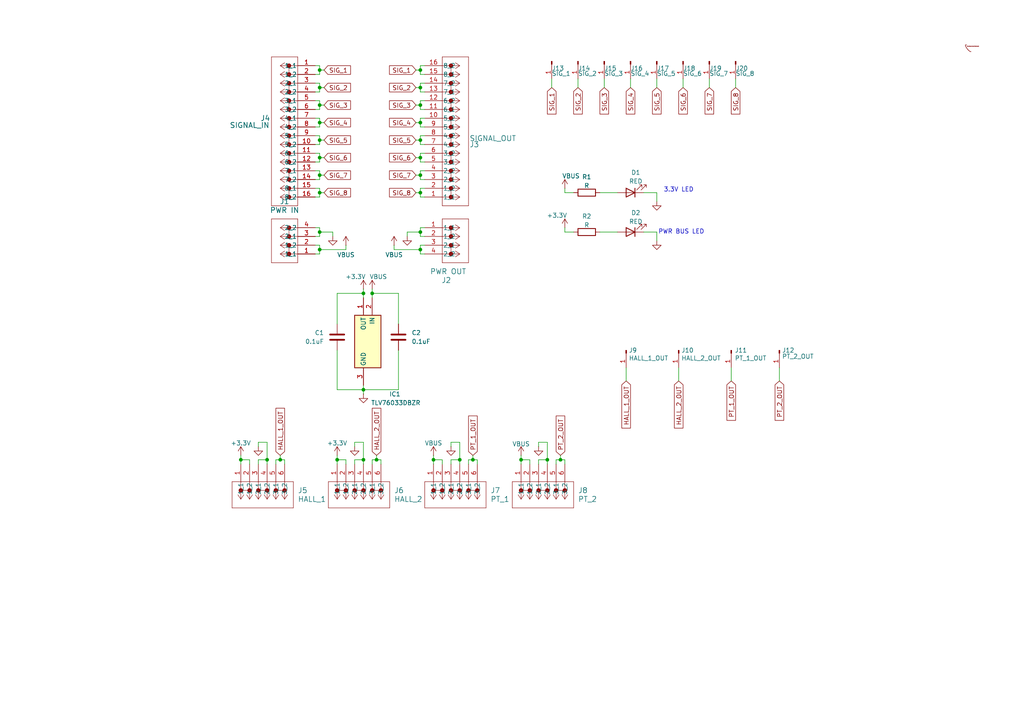
<source format=kicad_sch>
(kicad_sch (version 20231120) (generator "eeschema") (generator_version "8.0")
  (paper "A4")
  (lib_symbols
    (symbol "Connector:Conn_01x01_Pin" (pin_names (offset 1.016) hide)
      (property "Reference" "J" (at 0 2.54 0))
      (property "Value" "Conn_01x01_Pin" (at 0 -2.54 0))
      (symbol "Conn_01x01_Pin_1_1"
        (pin passive line (at 5.08 0 180) (length 3.81) (name "Pin_1") (number "1"))
      )
    )
    (symbol "Device:C" (pin_numbers hide) (pin_names (offset 0.254))
      (property "Reference" "C" (at 0.635 2.54 0))
      (property "Value" "C" (at 0.635 -2.54 0))
      (symbol "C_1_1"
        (pin passive line (at 0 3.81 270) (length 2.794) (name "~") (number "1"))
        (pin passive line (at 0 -3.81 90) (length 2.794) (name "~") (number "2"))
      )
    )
    (symbol "Device:LED" (pin_numbers hide) (pin_names (offset 1.016) hide)
      (property "Reference" "D" (at 0 2.54 0))
      (property "Value" "LED" (at 0 -2.54 0))
      (symbol "LED_1_1"
        (pin passive line (at -3.81 0 0) (length 2.54) (name "K") (number "1"))
        (pin passive line (at 3.81 0 180) (length 2.54) (name "A") (number "2"))
      )
    )
    (symbol "Device:R" (pin_numbers hide) (pin_names (offset 0))
      (property "Reference" "R" (at 2.032 0 90))
      (property "Value" "R" (at 0 0 90))
      (symbol "R_1_1"
        (pin passive line (at 0 3.81 270) (length 1.27) (name "~") (number "1"))
        (pin passive line (at 0 -3.81 90) (length 1.27) (name "~") (number "2"))
      )
    )
    (symbol "SDSU RP:LOGO" (pin_names (offset 1.016)))
    (symbol "TLV76033DBZR:TLV76033DBZR"
      (property "Reference" "IC" (at 21.59 7.62 0))
      (property "Value" "TLV76033DBZR" (at 21.59 5.08 0))
      (symbol "TLV76033DBZR_1_1"
        (pin passive line (at 0 0 0) (length 5.08) (name "OUT") (number "1"))
        (pin passive line (at 0 -2.54 0) (length 5.08) (name "IN") (number "2"))
        (pin passive line (at 25.4 0 180) (length 5.08) (name "GND") (number "3"))
      )
    )
    (symbol "Wago_2601_1102:2601-1102" (pin_names (offset 0.254))
      (property "Reference" "J" (at 8.89 6.35 0))
      (property "Value" "2601-1102" (at 0 0 0))
      (symbol "2601-1102_1_1"
        (pin unspecified line (at 0 0 0) (length 5.08) (name "1_1") (number "1"))
        (pin unspecified line (at 0 -2.54 0) (length 5.08) (name "1_2") (number "2"))
        (pin unspecified line (at 0 -5.08 0) (length 5.08) (name "2_1") (number "3"))
        (pin unspecified line (at 0 -7.62 0) (length 5.08) (name "2_2") (number "4"))
      )
    )
    (symbol "Wago_2601_1103:2601-1103" (pin_names (offset 0.254))
      (property "Reference" "J" (at 8.89 6.35 0))
      (property "Value" "2601-1103" (at 0 0 0))
      (symbol "2601-1103_1_1"
        (pin unspecified line (at 0 0 0) (length 5.08) (name "1_1") (number "1"))
        (pin unspecified line (at 0 -2.54 0) (length 5.08) (name "1_2") (number "2"))
        (pin unspecified line (at 0 -5.08 0) (length 5.08) (name "2_1") (number "3"))
        (pin unspecified line (at 0 -7.62 0) (length 5.08) (name "2_2") (number "4"))
        (pin unspecified line (at 0 -10.16 0) (length 5.08) (name "3_1") (number "5"))
        (pin unspecified line (at 0 -12.7 0) (length 5.08) (name "3_2") (number "6"))
      )
    )
    (symbol "Wago_2601_1108:2601-1108" (pin_names (offset 0.254))
      (property "Reference" "J" (at 8.89 6.35 0))
      (property "Value" "2601-1108" (at 0 0 0))
      (symbol "2601-1108_1_1"
        (pin unspecified line (at 0 0 0) (length 5.08) (name "1_1") (number "1"))
        (pin unspecified line (at 0 -22.86 0) (length 5.08) (name "5_2") (number "10"))
        (pin unspecified line (at 0 -25.4 0) (length 5.08) (name "6_1") (number "11"))
        (pin unspecified line (at 0 -27.94 0) (length 5.08) (name "6_2") (number "12"))
        (pin unspecified line (at 0 -30.48 0) (length 5.08) (name "7_1") (number "13"))
        (pin unspecified line (at 0 -33.02 0) (length 5.08) (name "7_2") (number "14"))
        (pin unspecified line (at 0 -35.56 0) (length 5.08) (name "8_1") (number "15"))
        (pin unspecified line (at 0 -38.1 0) (length 5.08) (name "8_2") (number "16"))
        (pin unspecified line (at 0 -2.54 0) (length 5.08) (name "1_2") (number "2"))
        (pin unspecified line (at 0 -5.08 0) (length 5.08) (name "2_1") (number "3"))
        (pin unspecified line (at 0 -7.62 0) (length 5.08) (name "2_2") (number "4"))
        (pin unspecified line (at 0 -10.16 0) (length 5.08) (name "3_1") (number "5"))
        (pin unspecified line (at 0 -12.7 0) (length 5.08) (name "3_2") (number "6"))
        (pin unspecified line (at 0 -15.24 0) (length 5.08) (name "4_1") (number "7"))
        (pin unspecified line (at 0 -17.78 0) (length 5.08) (name "4_2") (number "8"))
        (pin unspecified line (at 0 -20.32 0) (length 5.08) (name "5_1") (number "9"))
      )
    )
    (symbol "power:+3.3V" (power) (pin_numbers hide) (pin_names (offset 0) hide)
      (property "Value" "+3.3V" (at 0 3.556 0))
      (symbol "+3.3V_1_1"
        (pin power_in line (at 0 0 90) (length 0) (name "~") (number "1"))
      )
    )
    (symbol "power:GND" (power) (pin_numbers hide) (pin_names (offset 0) hide)
      (property "Value" "GND" (at 0 -3.81 0))
      (symbol "GND_1_1"
        (pin power_in line (at 0 0 270) (length 0) (name "~") (number "1"))
      )
    )
    (symbol "power:VBUS" (power) (pin_numbers hide) (pin_names (offset 0) hide)
      (property "Value" "VBUS" (at 0 3.556 0))
      (symbol "VBUS_1_1"
        (pin power_in line (at 0 0 90) (length 0) (name "~") (number "1"))
      )
    )
  )
  (junction (at 109.22 133.35))
  (junction (at 121.92 55.88))
  (junction (at 121.92 50.8))
  (junction (at 92.71 35.56))
  (junction (at 133.35 133.35))
  (junction (at 121.92 25.4))
  (junction (at 69.85 133.35))
  (junction (at 121.92 30.48))
  (junction (at 121.92 35.56))
  (junction (at 121.92 40.64))
  (junction (at 92.71 55.88))
  (junction (at 137.16 133.35))
  (junction (at 92.71 25.4))
  (junction (at 92.71 50.8))
  (junction (at 92.71 45.72))
  (junction (at 92.71 30.48))
  (junction (at 151.13 133.35))
  (junction (at 105.41 133.35))
  (junction (at 105.41 85.09))
  (junction (at 162.56 133.35))
  (junction (at 92.71 72.39))
  (junction (at 77.47 133.35))
  (junction (at 121.92 72.39))
  (junction (at 81.28 133.35))
  (junction (at 105.41 113.03))
  (junction (at 92.71 20.32))
  (junction (at 97.79 133.35))
  (junction (at 107.95 85.09))
  (junction (at 121.92 67.31))
  (junction (at 92.71 67.31))
  (junction (at 125.73 133.35))
  (junction (at 92.71 40.64))
  (junction (at 158.75 133.35))
  (junction (at 121.92 45.72))
  (junction (at 121.92 20.32))
  (no_connect (at -7.62 213.36))
  (wire (pts (xy 107.95 83.82) (xy 107.95 85.09)))
  (wire (pts (xy 92.71 45.72) (xy 92.71 46.99)))
  (wire (pts (xy 93.98 40.64) (xy 92.71 40.64)))
  (wire (pts (xy 121.92 29.21) (xy 121.92 30.48)))
  (wire (pts (xy 167.64 25.4) (xy 167.64 22.86)))
  (wire (pts (xy 125.73 134.62) (xy 125.73 133.35)))
  (wire (pts (xy 92.71 40.64) (xy 92.71 41.91)))
  (wire (pts (xy 151.13 132.08) (xy 151.13 133.35)))
  (wire (pts (xy 121.92 41.91) (xy 123.19 41.91)))
  (wire (pts (xy 92.71 25.4) (xy 92.71 26.67)))
  (wire (pts (xy 74.93 134.62) (xy 74.93 133.35)))
  (wire (pts (xy 121.92 25.4) (xy 121.92 26.67)))
  (wire (pts (xy 69.85 133.35) (xy 72.39 133.35)))
  (wire (pts (xy 92.71 30.48) (xy 92.71 31.75)))
  (wire (pts (xy 158.75 128.27) (xy 158.75 133.35)))
  (wire (pts (xy 198.12 25.4) (xy 198.12 22.86)))
  (wire (pts (xy 97.79 93.98) (xy 97.79 85.09)))
  (wire (pts (xy 77.47 128.27) (xy 77.47 133.35)))
  (wire (pts (xy 121.92 20.32) (xy 121.92 21.59)))
  (wire (pts (xy 115.57 93.98) (xy 115.57 85.09)))
  (wire (pts (xy 105.41 85.09) (xy 105.41 86.36)))
  (wire (pts (xy 137.16 132.08) (xy 137.16 133.35)))
  (wire (pts (xy 107.95 133.35) (xy 109.22 133.35)))
  (wire (pts (xy 130.81 128.27) (xy 133.35 128.27)))
  (wire (pts (xy 105.41 113.03) (xy 105.41 114.3)))
  (wire (pts (xy 138.43 133.35) (xy 138.43 134.62)))
  (wire (pts (xy 92.71 55.88) (xy 92.71 57.15)))
  (wire (pts (xy 97.79 133.35) (xy 100.33 133.35)))
  (wire (pts (xy 74.93 129.54) (xy 74.93 128.27)))
  (wire (pts (xy 109.22 133.35) (xy 110.49 133.35)))
  (wire (pts (xy 100.33 133.35) (xy 100.33 134.62)))
  (wire (pts (xy 121.92 67.31) (xy 118.11 67.31)))
  (wire (pts (xy 109.22 132.08) (xy 109.22 133.35)))
  (wire (pts (xy 91.44 66.04) (xy 92.71 66.04)))
  (wire (pts (xy 92.71 50.8) (xy 92.71 52.07)))
  (wire (pts (xy 92.71 34.29) (xy 92.71 35.56)))
  (wire (pts (xy 121.92 72.39) (xy 114.3 72.39)))
  (wire (pts (xy 121.92 26.67) (xy 123.19 26.67)))
  (wire (pts (xy 181.61 110.49) (xy 181.61 106.68)))
  (wire (pts (xy 92.71 73.66) (xy 91.44 73.66)))
  (wire (pts (xy 151.13 133.35) (xy 153.67 133.35)))
  (wire (pts (xy 153.67 133.35) (xy 153.67 134.62)))
  (wire (pts (xy 120.65 40.64) (xy 121.92 40.64)))
  (wire (pts (xy 97.79 132.08) (xy 97.79 133.35)))
  (wire (pts (xy 102.87 128.27) (xy 105.41 128.27)))
  (wire (pts (xy 74.93 128.27) (xy 77.47 128.27)))
  (wire (pts (xy 93.98 45.72) (xy 92.71 45.72)))
  (wire (pts (xy 121.92 29.21) (xy 123.19 29.21)))
  (wire (pts (xy 162.56 133.35) (xy 163.83 133.35)))
  (wire (pts (xy 151.13 134.62) (xy 151.13 133.35)))
  (wire (pts (xy 121.92 19.05) (xy 121.92 20.32)))
  (wire (pts (xy 121.92 36.83) (xy 123.19 36.83)))
  (wire (pts (xy 135.89 133.35) (xy 137.16 133.35)))
  (wire (pts (xy 92.71 24.13) (xy 91.44 24.13)))
  (wire (pts (xy 92.71 52.07) (xy 91.44 52.07)))
  (wire (pts (xy 163.83 66.04) (xy 163.83 67.31)))
  (wire (pts (xy 212.09 110.49) (xy 212.09 106.68)))
  (wire (pts (xy 92.71 19.05) (xy 91.44 19.05)))
  (wire (pts (xy 121.92 21.59) (xy 123.19 21.59)))
  (wire (pts (xy 92.71 44.45) (xy 91.44 44.45)))
  (wire (pts (xy 121.92 73.66) (xy 123.19 73.66)))
  (wire (pts (xy 92.71 46.99) (xy 91.44 46.99)))
  (wire (pts (xy 120.65 45.72) (xy 121.92 45.72)))
  (wire (pts (xy 130.81 129.54) (xy 130.81 128.27)))
  (wire (pts (xy 93.98 50.8) (xy 92.71 50.8)))
  (wire (pts (xy 107.95 85.09) (xy 115.57 85.09)))
  (wire (pts (xy 114.3 71.12) (xy 114.3 72.39)))
  (wire (pts (xy 97.79 134.62) (xy 97.79 133.35)))
  (wire (pts (xy 92.71 29.21) (xy 91.44 29.21)))
  (wire (pts (xy 121.92 66.04) (xy 123.19 66.04)))
  (wire (pts (xy 121.92 45.72) (xy 121.92 46.99)))
  (wire (pts (xy 190.5 67.31) (xy 190.5 69.85)))
  (wire (pts (xy 107.95 134.62) (xy 107.95 133.35)))
  (wire (pts (xy 121.92 49.53) (xy 123.19 49.53)))
  (wire (pts (xy 81.28 132.08) (xy 81.28 133.35)))
  (wire (pts (xy 102.87 129.54) (xy 102.87 128.27)))
  (wire (pts (xy 105.41 83.82) (xy 105.41 85.09)))
  (wire (pts (xy 97.79 101.6) (xy 97.79 113.03)))
  (wire (pts (xy 92.71 24.13) (xy 92.71 25.4)))
  (wire (pts (xy 173.99 55.88) (xy 179.07 55.88)))
  (wire (pts (xy 97.79 85.09) (xy 105.41 85.09)))
  (wire (pts (xy 163.83 55.88) (xy 166.37 55.88)))
  (wire (pts (xy 130.81 133.35) (xy 133.35 133.35)))
  (wire (pts (xy 92.71 35.56) (xy 92.71 36.83)))
  (wire (pts (xy 128.27 133.35) (xy 128.27 134.62)))
  (wire (pts (xy 205.74 25.4) (xy 205.74 22.86)))
  (wire (pts (xy 133.35 128.27) (xy 133.35 133.35)))
  (wire (pts (xy 121.92 30.48) (xy 121.92 31.75)))
  (wire (pts (xy 121.92 73.66) (xy 121.92 72.39)))
  (wire (pts (xy 121.92 24.13) (xy 123.19 24.13)))
  (wire (pts (xy 92.71 39.37) (xy 91.44 39.37)))
  (wire (pts (xy 115.57 101.6) (xy 115.57 113.03)))
  (wire (pts (xy 175.26 25.4) (xy 175.26 22.86)))
  (wire (pts (xy 92.71 44.45) (xy 92.71 45.72)))
  (wire (pts (xy 80.01 133.35) (xy 81.28 133.35)))
  (wire (pts (xy 121.92 57.15) (xy 123.19 57.15)))
  (wire (pts (xy 121.92 44.45) (xy 121.92 45.72)))
  (wire (pts (xy 74.93 133.35) (xy 77.47 133.35)))
  (wire (pts (xy 133.35 133.35) (xy 133.35 134.62)))
  (wire (pts (xy 121.92 39.37) (xy 123.19 39.37)))
  (wire (pts (xy 92.71 49.53) (xy 91.44 49.53)))
  (wire (pts (xy 80.01 134.62) (xy 80.01 133.35)))
  (wire (pts (xy 121.92 54.61) (xy 121.92 55.88)))
  (wire (pts (xy 93.98 35.56) (xy 92.71 35.56)))
  (wire (pts (xy 121.92 34.29) (xy 121.92 35.56)))
  (wire (pts (xy 121.92 55.88) (xy 121.92 57.15)))
  (wire (pts (xy 196.85 110.49) (xy 196.85 106.68)))
  (wire (pts (xy 161.29 133.35) (xy 162.56 133.35)))
  (wire (pts (xy 186.69 55.88) (xy 190.5 55.88)))
  (wire (pts (xy 102.87 133.35) (xy 105.41 133.35)))
  (wire (pts (xy 121.92 52.07) (xy 123.19 52.07)))
  (wire (pts (xy 92.71 36.83) (xy 91.44 36.83)))
  (wire (pts (xy 92.71 72.39) (xy 100.33 72.39)))
  (wire (pts (xy 110.49 133.35) (xy 110.49 134.62)))
  (wire (pts (xy 92.71 19.05) (xy 92.71 20.32)))
  (wire (pts (xy 182.88 25.4) (xy 182.88 22.86)))
  (wire (pts (xy 121.92 24.13) (xy 121.92 25.4)))
  (wire (pts (xy 69.85 134.62) (xy 69.85 133.35)))
  (wire (pts (xy 186.69 67.31) (xy 190.5 67.31)))
  (wire (pts (xy 92.71 54.61) (xy 92.71 55.88)))
  (wire (pts (xy 125.73 132.08) (xy 125.73 133.35)))
  (wire (pts (xy 121.92 40.64) (xy 121.92 41.91)))
  (wire (pts (xy 92.71 73.66) (xy 92.71 72.39)))
  (wire (pts (xy 121.92 39.37) (xy 121.92 40.64)))
  (wire (pts (xy 69.85 132.08) (xy 69.85 133.35)))
  (wire (pts (xy 121.92 71.12) (xy 123.19 71.12)))
  (wire (pts (xy 92.71 39.37) (xy 92.71 40.64)))
  (wire (pts (xy 92.71 29.21) (xy 92.71 30.48)))
  (wire (pts (xy 120.65 50.8) (xy 121.92 50.8)))
  (wire (pts (xy 121.92 44.45) (xy 123.19 44.45)))
  (wire (pts (xy 121.92 68.58) (xy 123.19 68.58)))
  (wire (pts (xy 156.21 134.62) (xy 156.21 133.35)))
  (wire (pts (xy 125.73 133.35) (xy 128.27 133.35)))
  (wire (pts (xy 190.5 25.4) (xy 190.5 22.86)))
  (wire (pts (xy 105.41 111.76) (xy 105.41 113.03)))
  (wire (pts (xy 213.36 25.4) (xy 213.36 22.86)))
  (wire (pts (xy 92.71 71.12) (xy 91.44 71.12)))
  (wire (pts (xy 121.92 46.99) (xy 123.19 46.99)))
  (wire (pts (xy 102.87 134.62) (xy 102.87 133.35)))
  (wire (pts (xy 77.47 133.35) (xy 77.47 134.62)))
  (wire (pts (xy 162.56 132.08) (xy 162.56 133.35)))
  (wire (pts (xy 163.83 133.35) (xy 163.83 134.62)))
  (wire (pts (xy 156.21 133.35) (xy 158.75 133.35)))
  (wire (pts (xy 135.89 134.62) (xy 135.89 133.35)))
  (wire (pts (xy 120.65 55.88) (xy 121.92 55.88)))
  (wire (pts (xy 121.92 34.29) (xy 123.19 34.29)))
  (wire (pts (xy 92.71 54.61) (xy 91.44 54.61)))
  (wire (pts (xy 92.71 68.58) (xy 91.44 68.58)))
  (wire (pts (xy 120.65 30.48) (xy 121.92 30.48)))
  (wire (pts (xy 92.71 49.53) (xy 92.71 50.8)))
  (wire (pts (xy 92.71 66.04) (xy 92.71 67.31)))
  (wire (pts (xy 121.92 31.75) (xy 123.19 31.75)))
  (wire (pts (xy 92.71 41.91) (xy 91.44 41.91)))
  (wire (pts (xy 81.28 133.35) (xy 82.55 133.35)))
  (wire (pts (xy 120.65 25.4) (xy 121.92 25.4)))
  (wire (pts (xy 92.71 34.29) (xy 91.44 34.29)))
  (wire (pts (xy 156.21 129.54) (xy 156.21 128.27)))
  (wire (pts (xy 121.92 71.12) (xy 121.92 72.39)))
  (wire (pts (xy 118.11 67.31) (xy 118.11 68.58)))
  (wire (pts (xy 163.83 67.31) (xy 166.37 67.31)))
  (wire (pts (xy 91.44 57.15) (xy 92.71 57.15)))
  (wire (pts (xy 92.71 68.58) (xy 92.71 67.31)))
  (wire (pts (xy 93.98 55.88) (xy 92.71 55.88)))
  (wire (pts (xy 93.98 25.4) (xy 92.71 25.4)))
  (wire (pts (xy 105.41 113.03) (xy 115.57 113.03)))
  (wire (pts (xy 226.06 110.49) (xy 226.06 106.68)))
  (wire (pts (xy 92.71 21.59) (xy 91.44 21.59)))
  (wire (pts (xy 121.92 49.53) (xy 121.92 50.8)))
  (wire (pts (xy 72.39 133.35) (xy 72.39 134.62)))
  (wire (pts (xy 121.92 67.31) (xy 121.92 68.58)))
  (wire (pts (xy 121.92 54.61) (xy 123.19 54.61)))
  (wire (pts (xy 105.41 133.35) (xy 105.41 134.62)))
  (wire (pts (xy 173.99 67.31) (xy 179.07 67.31)))
  (wire (pts (xy 163.83 54.61) (xy 163.83 55.88)))
  (wire (pts (xy 121.92 19.05) (xy 123.19 19.05)))
  (wire (pts (xy 96.52 67.31) (xy 96.52 68.58)))
  (wire (pts (xy 92.71 20.32) (xy 92.71 21.59)))
  (wire (pts (xy 158.75 133.35) (xy 158.75 134.62)))
  (wire (pts (xy 121.92 66.04) (xy 121.92 67.31)))
  (wire (pts (xy 93.98 20.32) (xy 92.71 20.32)))
  (wire (pts (xy 97.79 113.03) (xy 105.41 113.03)))
  (wire (pts (xy 92.71 26.67) (xy 91.44 26.67)))
  (wire (pts (xy 82.55 133.35) (xy 82.55 134.62)))
  (wire (pts (xy 93.98 30.48) (xy 92.71 30.48)))
  (wire (pts (xy 92.71 31.75) (xy 91.44 31.75)))
  (wire (pts (xy 121.92 35.56) (xy 121.92 36.83)))
  (wire (pts (xy 156.21 128.27) (xy 158.75 128.27)))
  (wire (pts (xy 120.65 20.32) (xy 121.92 20.32)))
  (wire (pts (xy 121.92 50.8) (xy 121.92 52.07)))
  (wire (pts (xy 190.5 55.88) (xy 190.5 58.42)))
  (wire (pts (xy 92.71 67.31) (xy 96.52 67.31)))
  (wire (pts (xy 105.41 128.27) (xy 105.41 133.35)))
  (wire (pts (xy 130.81 134.62) (xy 130.81 133.35)))
  (wire (pts (xy 160.02 25.4) (xy 160.02 22.86)))
  (wire (pts (xy 100.33 71.12) (xy 100.33 72.39)))
  (wire (pts (xy 120.65 35.56) (xy 121.92 35.56)))
  (wire (pts (xy 161.29 134.62) (xy 161.29 133.35)))
  (wire (pts (xy 107.95 85.09) (xy 107.95 86.36)))
  (wire (pts (xy 137.16 133.35) (xy 138.43 133.35)))
  (wire (pts (xy 92.71 71.12) (xy 92.71 72.39)))
  (text "PWR BUS LED" (at 197.612 67.31 0) (effects (font (size 1.27 1.27))))
  (text "3.3V LED" (at 196.85 55.118 0) (effects (font (size 1.27 1.27))))
  (global_label "SIG_6" (shape input) (at 93.98 45.72 0) (property "Intersheetrefs" "${INTERSHEET_REFS}" (effects (hide yes))))
  (global_label "SIG_2" (shape input) (at 167.64 25.4 270) (property "Intersheetrefs" "${INTERSHEET_REFS}" (effects (hide yes))))
  (global_label "SIG_1" (shape input) (at 160.02 25.4 270) (property "Intersheetrefs" "${INTERSHEET_REFS}" (effects (hide yes))))
  (global_label "SIG_1" (shape input) (at 93.98 20.32 0) (property "Intersheetrefs" "${INTERSHEET_REFS}" (effects (hide yes))))
  (global_label "HALL_1_OUT" (shape input) (at 81.28 132.08 90) (property "Intersheetrefs" "${INTERSHEET_REFS}" (effects (hide yes))))
  (global_label "HALL_2_OUT" (shape input) (at 196.85 110.49 270) (property "Intersheetrefs" "${INTERSHEET_REFS}" (effects (hide yes))))
  (global_label "SIG_1" (shape input) (at 120.65 20.32 180) (property "Intersheetrefs" "${INTERSHEET_REFS}" (effects (hide yes))))
  (global_label "SIG_4" (shape input) (at 182.88 25.4 270) (property "Intersheetrefs" "${INTERSHEET_REFS}" (effects (hide yes))))
  (global_label "SIG_6" (shape input) (at 198.12 25.4 270) (property "Intersheetrefs" "${INTERSHEET_REFS}" (effects (hide yes))))
  (global_label "HALL_2_OUT" (shape input) (at 109.22 132.08 90) (property "Intersheetrefs" "${INTERSHEET_REFS}" (effects (hide yes))))
  (global_label "PT_2_OUT" (shape input) (at 226.06 110.49 270) (property "Intersheetrefs" "${INTERSHEET_REFS}" (effects (hide yes))))
  (global_label "SIG_2" (shape input) (at 120.65 25.4 180) (property "Intersheetrefs" "${INTERSHEET_REFS}" (effects (hide yes))))
  (global_label "SIG_8" (shape input) (at 120.65 55.88 180) (property "Intersheetrefs" "${INTERSHEET_REFS}" (effects (hide yes))))
  (global_label "SIG_7" (shape input) (at 120.65 50.8 180) (property "Intersheetrefs" "${INTERSHEET_REFS}" (effects (hide yes))))
  (global_label "SIG_3" (shape input) (at 175.26 25.4 270) (property "Intersheetrefs" "${INTERSHEET_REFS}" (effects (hide yes))))
  (global_label "SIG_2" (shape input) (at 93.98 25.4 0) (property "Intersheetrefs" "${INTERSHEET_REFS}" (effects (hide yes))))
  (global_label "SIG_6" (shape input) (at 120.65 45.72 180) (property "Intersheetrefs" "${INTERSHEET_REFS}" (effects (hide yes))))
  (global_label "SIG_7" (shape input) (at 205.74 25.4 270) (property "Intersheetrefs" "${INTERSHEET_REFS}" (effects (hide yes))))
  (global_label "SIG_3" (shape input) (at 93.98 30.48 0) (property "Intersheetrefs" "${INTERSHEET_REFS}" (effects (hide yes))))
  (global_label "HALL_1_OUT" (shape input) (at 181.61 110.49 270) (property "Intersheetrefs" "${INTERSHEET_REFS}" (effects (hide yes))))
  (global_label "SIG_4" (shape input) (at 93.98 35.56 0) (property "Intersheetrefs" "${INTERSHEET_REFS}" (effects (hide yes))))
  (global_label "PT_1_OUT" (shape input) (at 212.09 110.49 270) (property "Intersheetrefs" "${INTERSHEET_REFS}" (effects (hide yes))))
  (global_label "SIG_7" (shape input) (at 93.98 50.8 0) (property "Intersheetrefs" "${INTERSHEET_REFS}" (effects (hide yes))))
  (global_label "SIG_5" (shape input) (at 190.5 25.4 270) (property "Intersheetrefs" "${INTERSHEET_REFS}" (effects (hide yes))))
  (global_label "SIG_5" (shape input) (at 93.98 40.64 0) (property "Intersheetrefs" "${INTERSHEET_REFS}" (effects (hide yes))))
  (global_label "SIG_8" (shape input) (at 93.98 55.88 0) (property "Intersheetrefs" "${INTERSHEET_REFS}" (effects (hide yes))))
  (global_label "PT_1_OUT" (shape input) (at 137.16 132.08 90) (property "Intersheetrefs" "${INTERSHEET_REFS}" (effects (hide yes))))
  (global_label "SIG_3" (shape input) (at 120.65 30.48 180) (property "Intersheetrefs" "${INTERSHEET_REFS}" (effects (hide yes))))
  (global_label "SIG_4" (shape input) (at 120.65 35.56 180) (property "Intersheetrefs" "${INTERSHEET_REFS}" (effects (hide yes))))
  (global_label "SIG_5" (shape input) (at 120.65 40.64 180) (property "Intersheetrefs" "${INTERSHEET_REFS}" (effects (hide yes))))
  (global_label "SIG_8" (shape input) (at 213.36 25.4 270) (property "Intersheetrefs" "${INTERSHEET_REFS}" (effects (hide yes))))
  (global_label "PT_2_OUT" (shape input) (at 162.56 132.08 90) (property "Intersheetrefs" "${INTERSHEET_REFS}" (effects (hide yes))))
  (symbol (lib_id "Connector:Conn_01x01_Pin") (at 198.12 17.78 270) (unit 1)
    (property "Reference" "J18" (at 198.12 19.812 90) (effects (justify left)))
    (property "Value" "SIG_6" (at 198.12 21.336 90) (effects (justify left)))
    (property "Footprint" "Connector_PinSocket_2.54mm:PinSocket_1x01_P2.54mm_Vertical" (effects (hide yes)))
    (property "Description" "Generic connector, single row, 01x01, script generated" (effects (hide yes)))
  )
  (symbol (lib_id "Connector:Conn_01x01_Pin") (at 182.88 17.78 270) (unit 1)
    (property "Reference" "J16" (at 182.88 19.812 90) (effects (justify left)))
    (property "Value" "SIG_4" (at 182.88 21.336 90) (effects (justify left)))
    (property "Footprint" "Connector_PinSocket_2.54mm:PinSocket_1x01_P2.54mm_Vertical" (effects (hide yes)))
    (property "Description" "Generic connector, single row, 01x01, script generated" (effects (hide yes)))
  )
  (symbol (lib_id "Wago_2601_1103:2601-1103") (at 151.13 134.62 90) (mirror x) (unit 1)
    (property "Reference" "J8" (at 167.64 142.2399 90) (effects (font (size 1.524 1.524)) (justify right)))
    (property "Value" "PT_2" (at 167.64 144.7799 90) (effects (font (size 1.524 1.524)) (justify right)))
    (property "Footprint" "Wago_2601_1103:CONN3_2601-1103_WAG" (effects (hide yes)))
    (property "Datasheet" "2601-1103" (effects (hide yes)))
  )
  (symbol (lib_id "Wago_2601_1102:2601-1102") (at 123.19 66.04 0) (unit 1)
    (property "Reference" "J2" (at 128.016 81.28 0) (effects (font (size 1.524 1.524)) (justify left)))
    (property "Value" "PWR OUT" (at 124.714 78.74 0) (effects (font (size 1.524 1.524)) (justify left)))
    (property "Footprint" "Wago_2601_1102:CONN2_2601-1102_WAG" (effects (hide yes)))
    (property "Datasheet" "2601-1102" (effects (hide yes)))
  )
  (symbol (lib_id "power:VBUS") (at 151.13 132.08 0) (unit 1)
    (property "Reference" "#PWR012" (effects (hide yes)))
    (property "Value" "VBUS" (at 151.13 128.778 0))
    (property "Description" "Power symbol creates a global label with name \"VBUS\"" (effects (hide yes)))
  )
  (symbol (lib_id "TLV76033DBZR:TLV76033DBZR") (at 105.41 86.36 90) (mirror x) (unit 1)
    (property "Reference" "IC1" (at 114.554 114.3 90))
    (property "Value" "TLV76033DBZR" (at 114.808 116.84 90))
    (property "Footprint" "TLV76033DBZR:SOT95P237X112-3N" (effects (hide yes)))
    (property "Datasheet" "https://www.ti.com/lit/gpn/TLV760" (effects (hide yes)))
    (property "Description" "100-mA, 30-V, low-dropout voltage regulator" (effects (hide yes)))
    (property "Height" "1.12" (effects (hide yes)))
    (property "Mouser Part Number" "595-TLV76033DBZR" (effects (hide yes)))
    (property "Mouser Price/Stock" "https://www.mouser.co.uk/ProductDetail/Texas-Instruments/TLV76033DBZR?qs=HXFqYaX1Q2ypNrzTk0Gsfw%3D%3D" (effects (hide yes)))
    (property "Manufacturer_Name" "Texas Instruments" (effects (hide yes)))
    (property "Manufacturer_Part_Number" "TLV76033DBZR" (effects (hide yes)))
  )
  (symbol (lib_id "Wago_2601_1108:2601-1108") (at 91.44 19.05 0) (mirror y) (unit 1)
    (property "Reference" "J4" (at 76.962 34.29 0) (effects (font (size 1.524 1.524))))
    (property "Value" "SIGNAL_IN" (at 72.39 36.322 0) (effects (font (size 1.524 1.524))))
    (property "Footprint" "Wago_2601_1108:CONN8_2601-1108_WAG" (effects (hide yes)))
    (property "Datasheet" "2601-1108" (effects (hide yes)))
  )
  (symbol (lib_id "power:GND") (at 96.52 68.58 0) (unit 1)
    (property "Reference" "#PWR01" (effects (hide yes)))
    (property "Value" "GND" (effects (hide yes)))
    (property "Description" "Power symbol creates a global label with name \"GND\" , ground" (effects (hide yes)))
  )
  (symbol (lib_id "Device:LED") (at 182.88 55.88 180) (unit 1)
    (property "Reference" "D1" (at 184.404 50.038 0))
    (property "Value" "RED" (at 184.404 52.578 0))
    (property "Footprint" "LED_SMD:LED_0805_2012Metric" (effects (hide yes)))
    (property "Description" "Light emitting diode" (effects (hide yes)))
  )
  (symbol (lib_id "power:VBUS") (at 107.95 83.82 0) (unit 1)
    (property "Reference" "#PWR04" (effects (hide yes)))
    (property "Value" "VBUS" (at 109.728 80.264 0))
    (property "Description" "Power symbol creates a global label with name \"VBUS\"" (effects (hide yes)))
  )
  (symbol (lib_id "power:VBUS") (at 125.73 132.08 0) (unit 1)
    (property "Reference" "#PWR010" (effects (hide yes)))
    (property "Value" "VBUS" (at 125.73 128.524 0))
    (property "Description" "Power symbol creates a global label with name \"VBUS\"" (effects (hide yes)))
  )
  (symbol (lib_id "Wago_2601_1103:2601-1103") (at 97.79 134.62 90) (mirror x) (unit 1)
    (property "Reference" "J6" (at 114.3 142.2399 90) (effects (font (size 1.524 1.524)) (justify right)))
    (property "Value" "HALL_2" (at 114.3 144.7799 90) (effects (font (size 1.524 1.524)) (justify right)))
    (property "Footprint" "Wago_2601_1103:CONN3_2601-1103_WAG" (effects (hide yes)))
    (property "Datasheet" "2601-1103" (effects (hide yes)))
  )
  (symbol (lib_id "Connector:Conn_01x01_Pin") (at 212.09 101.6 270) (unit 1)
    (property "Reference" "J11" (at 213.106 101.6 90) (effects (justify left)))
    (property "Value" "PT_1_OUT" (at 213.106 103.886 90) (effects (justify left)))
    (property "Footprint" "Connector_PinSocket_2.54mm:PinSocket_1x01_P2.54mm_Vertical" (effects (hide yes)))
    (property "Description" "Generic connector, single row, 01x01, script generated" (effects (hide yes)))
  )
  (symbol (lib_id "power:+3.3V") (at 69.85 132.08 0) (unit 1)
    (property "Reference" "#PWR06" (effects (hide yes)))
    (property "Value" "+3.3V" (at 69.85 128.524 0))
    (property "Description" "Power symbol creates a global label with name \"+3.3V\"" (effects (hide yes)))
  )
  (symbol (lib_id "Connector:Conn_01x01_Pin") (at 226.06 101.6 270) (unit 1)
    (property "Reference" "J12" (at 226.822 101.6 90) (effects (justify left)))
    (property "Value" "PT_2_OUT" (at 226.822 103.378 90) (effects (justify left)))
    (property "Footprint" "Connector_PinSocket_2.54mm:PinSocket_1x01_P2.54mm_Vertical" (effects (hide yes)))
    (property "Description" "Generic connector, single row, 01x01, script generated" (effects (hide yes)))
  )
  (symbol (lib_id "Wago_2601_1108:2601-1108") (at 123.19 57.15 0) (mirror x) (unit 1)
    (property "Reference" "J3" (at 136.144 41.91 0) (effects (font (size 1.524 1.524)) (justify left)))
    (property "Value" "SIGNAL_OUT" (at 136.144 40.132 0) (effects (font (size 1.524 1.524)) (justify left)))
    (property "Footprint" "Wago_2601_1108:CONN8_2601-1108_WAG" (effects (hide yes)))
    (property "Datasheet" "2601-1108" (effects (hide yes)))
  )
  (symbol (lib_id "power:GND") (at 130.81 129.54 0) (unit 1)
    (property "Reference" "#PWR011" (effects (hide yes)))
    (property "Value" "GND" (effects (hide yes)))
    (property "Description" "Power symbol creates a global label with name \"GND\" , ground" (effects (hide yes)))
  )
  (symbol (lib_id "Connector:Conn_01x01_Pin") (at 175.26 17.78 270) (unit 1)
    (property "Reference" "J15" (at 175.26 19.812 90) (effects (justify left)))
    (property "Value" "SIG_3" (at 175.26 21.336 90) (effects (justify left)))
    (property "Footprint" "Connector_PinSocket_2.54mm:PinSocket_1x01_P2.54mm_Vertical" (effects (hide yes)))
    (property "Description" "Generic connector, single row, 01x01, script generated" (effects (hide yes)))
  )
  (symbol (lib_id "power:GND") (at 190.5 58.42 0) (unit 1)
    (property "Reference" "#PWR019" (effects (hide yes)))
    (property "Value" "GND" (effects (hide yes)))
    (property "Description" "Power symbol creates a global label with name \"GND\" , ground" (effects (hide yes)))
  )
  (symbol (lib_id "Connector:Conn_01x01_Pin") (at 190.5 17.78 270) (unit 1)
    (property "Reference" "J17" (at 190.5 19.812 90) (effects (justify left)))
    (property "Value" "SIG_5" (at 190.5 21.336 90) (effects (justify left)))
    (property "Footprint" "Connector_PinSocket_2.54mm:PinSocket_1x01_P2.54mm_Vertical" (effects (hide yes)))
    (property "Description" "Generic connector, single row, 01x01, script generated" (effects (hide yes)))
  )
  (symbol (lib_id "power:+3.3V") (at 105.41 83.82 0) (unit 1)
    (property "Reference" "#PWR05" (effects (hide yes)))
    (property "Value" "+3.3V" (at 103.124 80.264 0))
    (property "Description" "Power symbol creates a global label with name \"+3.3V\"" (effects (hide yes)))
  )
  (symbol (lib_id "Device:R") (at 170.18 67.31 90) (unit 1)
    (property "Reference" "R2" (at 170.18 62.738 90))
    (property "Value" "R" (at 170.18 65.278 90))
    (property "Footprint" "Resistor_SMD:R_0805_2012Metric" (effects (hide yes)))
    (property "Description" "Resistor" (effects (hide yes)))
  )
  (symbol (lib_id "Device:C") (at 115.57 97.79 0) (unit 1)
    (property "Reference" "C2" (at 119.38 96.5199 0) (effects (justify left)))
    (property "Value" "0.1uF" (at 119.38 99.0599 0) (effects (justify left)))
    (property "Footprint" "Capacitor_SMD:C_0805_2012Metric" (effects (hide yes)))
    (property "Description" "Unpolarized capacitor" (effects (hide yes)))
  )
  (symbol (lib_id "power:GND") (at 105.41 114.3 0) (unit 1)
    (property "Reference" "#PWR03" (effects (hide yes)))
    (property "Value" "GND" (effects (hide yes)))
    (property "Description" "Power symbol creates a global label with name \"GND\" , ground" (effects (hide yes)))
  )
  (symbol (lib_id "power:GND") (at 118.11 68.58 0) (mirror y) (unit 1)
    (property "Reference" "#PWR014" (effects (hide yes)))
    (property "Value" "GND" (effects (hide yes)))
    (property "Description" "Power symbol creates a global label with name \"GND\" , ground" (effects (hide yes)))
  )
  (symbol (lib_id "Wago_2601_1103:2601-1103") (at 69.85 134.62 90) (mirror x) (unit 1)
    (property "Reference" "J5" (at 86.36 142.2399 90) (effects (font (size 1.524 1.524)) (justify right)))
    (property "Value" "HALL_1" (at 86.36 144.7799 90) (effects (font (size 1.524 1.524)) (justify right)))
    (property "Footprint" "Wago_2601_1103:CONN3_2601-1103_WAG" (effects (hide yes)))
    (property "Datasheet" "2601-1103" (effects (hide yes)))
  )
  (symbol (lib_id "Device:LED") (at 182.88 67.31 180) (unit 1)
    (property "Reference" "D2" (at 184.404 61.722 0))
    (property "Value" "RED" (at 184.404 64.262 0))
    (property "Footprint" "LED_SMD:LED_0805_2012Metric" (effects (hide yes)))
    (property "Description" "Light emitting diode" (effects (hide yes)))
  )
  (symbol (lib_id "power:VBUS") (at 114.3 71.12 0) (mirror y) (unit 1)
    (property "Reference" "#PWR015" (effects (hide yes)))
    (property "Value" "VBUS" (at 114.3 73.914 0))
    (property "Description" "Power symbol creates a global label with name \"VBUS\"" (effects (hide yes)))
  )
  (symbol (lib_id "Wago_2601_1102:2601-1102") (at 91.44 73.66 180) (unit 1)
    (property "Reference" "J1" (at 82.55 58.42 0) (effects (font (size 1.524 1.524))))
    (property "Value" "PWR IN" (at 82.55 60.96 0) (effects (font (size 1.524 1.524))))
    (property "Footprint" "Wago_2601_1102:CONN2_2601-1102_WAG" (effects (hide yes)))
    (property "Datasheet" "2601-1102" (effects (hide yes)))
  )
  (symbol (lib_id "Connector:Conn_01x01_Pin") (at 213.36 17.78 270) (unit 1)
    (property "Reference" "J20" (at 213.36 19.812 90) (effects (justify left)))
    (property "Value" "SIG_8" (at 213.36 21.336 90) (effects (justify left)))
    (property "Footprint" "Connector_PinSocket_2.54mm:PinSocket_1x01_P2.54mm_Vertical" (effects (hide yes)))
    (property "Description" "Generic connector, single row, 01x01, script generated" (effects (hide yes)))
  )
  (symbol (lib_id "power:GND") (at 74.93 129.54 0) (unit 1)
    (property "Reference" "#PWR08" (effects (hide yes)))
    (property "Value" "GND" (effects (hide yes)))
    (property "Description" "Power symbol creates a global label with name \"GND\" , ground" (effects (hide yes)))
  )
  (symbol (lib_id "power:+3.3V") (at 97.79 132.08 0) (unit 1)
    (property "Reference" "#PWR07" (effects (hide yes)))
    (property "Value" "+3.3V" (at 97.79 128.524 0))
    (property "Description" "Power symbol creates a global label with name \"+3.3V\"" (effects (hide yes)))
  )
  (symbol (lib_id "Connector:Conn_01x01_Pin") (at 160.02 17.78 270) (unit 1)
    (property "Reference" "J13" (at 160.02 19.812 90) (effects (justify left)))
    (property "Value" "SIG_1" (at 160.02 21.336 90) (effects (justify left)))
    (property "Footprint" "Connector_PinSocket_2.54mm:PinSocket_1x01_P2.54mm_Vertical" (effects (hide yes)))
    (property "Description" "Generic connector, single row, 01x01, script generated" (effects (hide yes)))
  )
  (symbol (lib_id "Device:C") (at 97.79 97.79 0) (mirror y) (unit 1)
    (property "Reference" "C1" (at 93.98 96.5199 0) (effects (justify left)))
    (property "Value" "0.1uF" (at 93.98 99.0599 0) (effects (justify left)))
    (property "Footprint" "Capacitor_SMD:C_0805_2012Metric" (effects (hide yes)))
    (property "Description" "Unpolarized capacitor" (effects (hide yes)))
  )
  (symbol (lib_id "Device:R") (at 170.18 55.88 90) (unit 1)
    (property "Reference" "R1" (at 170.18 51.308 90))
    (property "Value" "R" (at 170.18 53.848 90))
    (property "Footprint" "Resistor_SMD:R_0805_2012Metric" (effects (hide yes)))
    (property "Description" "Resistor" (effects (hide yes)))
  )
  (symbol (lib_id "power:GND") (at 156.21 129.54 0) (unit 1)
    (property "Reference" "#PWR013" (effects (hide yes)))
    (property "Value" "GND" (effects (hide yes)))
    (property "Description" "Power symbol creates a global label with name \"GND\" , ground" (effects (hide yes)))
  )
  (symbol (lib_id "power:VBUS") (at 163.83 54.61 0) (unit 1)
    (property "Reference" "#PWR017" (effects (hide yes)))
    (property "Value" "VBUS" (at 165.608 51.054 0))
    (property "Description" "Power symbol creates a global label with name \"VBUS\"" (effects (hide yes)))
  )
  (symbol (lib_id "Connector:Conn_01x01_Pin") (at 167.64 17.78 270) (unit 1)
    (property "Reference" "J14" (at 167.64 19.812 90) (effects (justify left)))
    (property "Value" "SIG_2" (at 167.64 21.336 90) (effects (justify left)))
    (property "Footprint" "Connector_PinSocket_2.54mm:PinSocket_1x01_P2.54mm_Vertical" (effects (hide yes)))
    (property "Description" "Generic connector, single row, 01x01, script generated" (effects (hide yes)))
  )
  (symbol (lib_id "Connector:Conn_01x01_Pin") (at 181.61 101.6 270) (unit 1)
    (property "Reference" "J9" (at 182.372 101.6 90) (effects (justify left)))
    (property "Value" "HALL_1_OUT" (at 182.372 103.886 90) (effects (justify left)))
    (property "Footprint" "Connector_PinSocket_2.54mm:PinSocket_1x01_P2.54mm_Vertical" (effects (hide yes)))
    (property "Description" "Generic connector, single row, 01x01, script generated" (effects (hide yes)))
  )
  (symbol (lib_id "power:+3.3V") (at 163.83 66.04 0) (unit 1)
    (property "Reference" "#PWR016" (effects (hide yes)))
    (property "Value" "+3.3V" (at 161.544 62.484 0))
    (property "Description" "Power symbol creates a global label with name \"+3.3V\"" (effects (hide yes)))
  )
  (symbol (lib_id "Connector:Conn_01x01_Pin") (at 196.85 101.6 270) (unit 1)
    (property "Reference" "J10" (at 197.612 101.6 90) (effects (justify left)))
    (property "Value" "HALL_2_OUT" (at 197.612 103.886 90) (effects (justify left)))
    (property "Footprint" "Connector_PinSocket_2.54mm:PinSocket_1x01_P2.54mm_Vertical" (effects (hide yes)))
    (property "Description" "Generic connector, single row, 01x01, script generated" (effects (hide yes)))
  )
  (symbol (lib_id "power:GND") (at 102.87 129.54 0) (unit 1)
    (property "Reference" "#PWR09" (effects (hide yes)))
    (property "Value" "GND" (effects (hide yes)))
    (property "Description" "Power symbol creates a global label with name \"GND\" , ground" (effects (hide yes)))
  )
  (symbol (lib_id "power:VBUS") (at 100.33 71.12 0) (unit 1)
    (property "Reference" "#PWR02" (effects (hide yes)))
    (property "Value" "VBUS" (at 100.33 73.914 0))
    (property "Description" "Power symbol creates a global label with name \"VBUS\"" (effects (hide yes)))
  )
  (symbol (lib_id "Connector:Conn_01x01_Pin") (at 205.74 17.78 270) (unit 1)
    (property "Reference" "J19" (at 205.74 19.812 90) (effects (justify left)))
    (property "Value" "SIG_7" (at 205.74 21.336 90) (effects (justify left)))
    (property "Footprint" "Connector_PinSocket_2.54mm:PinSocket_1x01_P2.54mm_Vertical" (effects (hide yes)))
    (property "Description" "Generic connector, single row, 01x01, script generated" (effects (hide yes)))
  )
  (symbol (lib_id "power:GND") (at 190.5 69.85 0) (unit 1)
    (property "Reference" "#PWR018" (effects (hide yes)))
    (property "Value" "GND" (effects (hide yes)))
    (property "Description" "Power symbol creates a global label with name \"GND\" , ground" (effects (hide yes)))
  )
  (symbol (lib_id "SDSU RP:LOGO") (at 281.94 13.97 0) (unit 1)
    (property "Reference" "#G1" (effects (hide yes)))
    (property "Value" "LOGO" (effects (hide yes)))
    (property "Footprint" "SDSU RP:RP_Logo" (effects (hide yes)))
  )
  (symbol (lib_id "Wago_2601_1103:2601-1103") (at 125.73 134.62 90) (mirror x) (unit 1)
    (property "Reference" "J7" (at 142.24 142.2399 90) (effects (font (size 1.524 1.524)) (justify right)))
    (property "Value" "PT_1" (at 142.24 144.7799 90) (effects (font (size 1.524 1.524)) (justify right)))
    (property "Footprint" "Wago_2601_1103:CONN3_2601-1103_WAG" (effects (hide yes)))
    (property "Datasheet" "2601-1103" (effects (hide yes)))
  )
)
</source>
